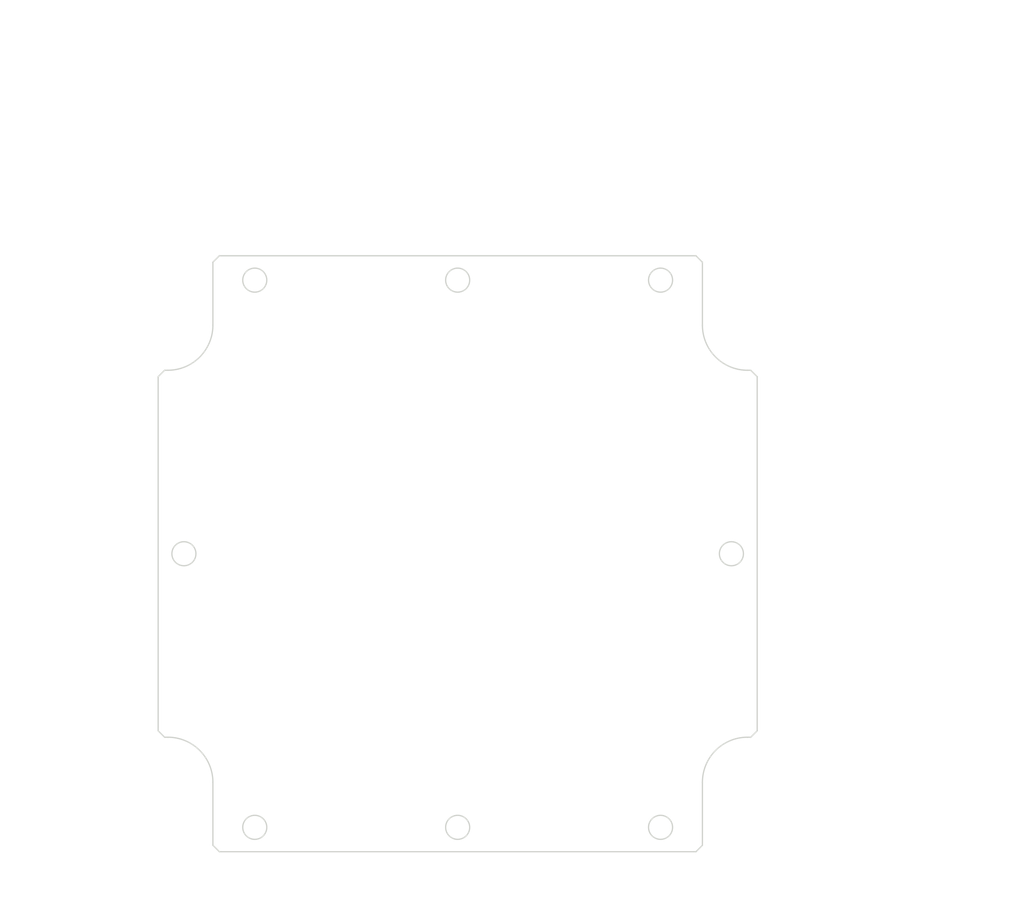
<source format=kicad_pcb>
(kicad_pcb (version 20171130) (host pcbnew "(5.1.0)-1")

  (general
    (thickness 1.6)
    (drawings 98)
    (tracks 0)
    (zones 0)
    (modules 0)
    (nets 1)
  )

  (page A4)
  (layers
    (0 F.Cu signal)
    (31 B.Cu signal)
    (32 B.Adhes user)
    (33 F.Adhes user)
    (34 B.Paste user)
    (35 F.Paste user)
    (36 B.SilkS user)
    (37 F.SilkS user)
    (38 B.Mask user)
    (39 F.Mask user)
    (40 Dwgs.User user)
    (41 Cmts.User user)
    (42 Eco1.User user)
    (43 Eco2.User user)
    (44 Edge.Cuts user)
    (45 Margin user)
    (46 B.CrtYd user)
    (47 F.CrtYd user)
    (48 B.Fab user)
    (49 F.Fab user)
  )

  (setup
    (last_trace_width 0.25)
    (trace_clearance 0.2)
    (zone_clearance 0.508)
    (zone_45_only no)
    (trace_min 0.2)
    (via_size 0.8)
    (via_drill 0.4)
    (via_min_size 0.4)
    (via_min_drill 0.3)
    (uvia_size 0.3)
    (uvia_drill 0.1)
    (uvias_allowed no)
    (uvia_min_size 0.2)
    (uvia_min_drill 0.1)
    (edge_width 0.05)
    (segment_width 0.2)
    (pcb_text_width 0.3)
    (pcb_text_size 1.5 1.5)
    (mod_edge_width 0.12)
    (mod_text_size 1 1)
    (mod_text_width 0.15)
    (pad_size 1.524 1.524)
    (pad_drill 0.762)
    (pad_to_mask_clearance 0.051)
    (solder_mask_min_width 0.25)
    (aux_axis_origin 0 0)
    (visible_elements FFFFFF7F)
    (pcbplotparams
      (layerselection 0x010fc_ffffffff)
      (usegerberextensions false)
      (usegerberattributes false)
      (usegerberadvancedattributes false)
      (creategerberjobfile false)
      (excludeedgelayer true)
      (linewidth 0.152400)
      (plotframeref false)
      (viasonmask false)
      (mode 1)
      (useauxorigin false)
      (hpglpennumber 1)
      (hpglpenspeed 20)
      (hpglpendiameter 15.000000)
      (psnegative false)
      (psa4output false)
      (plotreference true)
      (plotvalue true)
      (plotinvisibletext false)
      (padsonsilk false)
      (subtractmaskfromsilk false)
      (outputformat 1)
      (mirror false)
      (drillshape 1)
      (scaleselection 1)
      (outputdirectory ""))
  )

  (net 0 "")

  (net_class Default "This is the default net class."
    (clearance 0.2)
    (trace_width 0.25)
    (via_dia 0.8)
    (via_drill 0.4)
    (uvia_dia 0.3)
    (uvia_drill 0.1)
  )

  (gr_arc (start 84.921541 73.255564) (end 84.921541 80.255564) (angle -90) (layer Edge.Cuts) (width 0.2))
  (gr_line (start 91.921541 63.470755) (end 91.921541 73.255564) (layer Edge.Cuts) (width 0.2))
  (gr_line (start 166.921541 62.470755) (end 92.921541 62.470755) (layer Edge.Cuts) (width 0.2))
  (gr_line (start 167.921541 73.255564) (end 167.921541 63.470755) (layer Edge.Cuts) (width 0.2))
  (gr_arc (start 174.921541 73.255564) (end 167.921541 73.255564) (angle -90) (layer Edge.Cuts) (width 0.2))
  (gr_line (start 175.421541 80.255564) (end 174.921541 80.255564) (layer Edge.Cuts) (width 0.2))
  (gr_line (start 176.421541 136.255564) (end 176.421541 81.255564) (layer Edge.Cuts) (width 0.2))
  (gr_line (start 174.921541 137.255564) (end 175.421541 137.255564) (layer Edge.Cuts) (width 0.2))
  (gr_arc (start 174.921541 144.255564) (end 174.921541 137.255564) (angle -90) (layer Edge.Cuts) (width 0.2))
  (gr_line (start 167.921541 154.040373) (end 167.921541 144.255564) (layer Edge.Cuts) (width 0.2))
  (gr_line (start 92.921541 155.040373) (end 166.921541 155.040373) (layer Edge.Cuts) (width 0.2))
  (gr_line (start 91.921541 144.255564) (end 91.921541 154.040373) (layer Edge.Cuts) (width 0.2))
  (gr_arc (start 84.921541 144.255564) (end 91.921541 144.255564) (angle -90) (layer Edge.Cuts) (width 0.2))
  (gr_line (start 84.421541 137.255564) (end 84.921541 137.255564) (layer Edge.Cuts) (width 0.2))
  (gr_line (start 83.421541 81.255564) (end 83.421541 136.255564) (layer Edge.Cuts) (width 0.2))
  (gr_circle (center 98.421541 151.255564) (end 100.288441 151.255564) (layer Edge.Cuts) (width 0.2))
  (gr_circle (center 87.421541 108.755564) (end 89.288441 108.755564) (layer Edge.Cuts) (width 0.2))
  (gr_circle (center 98.421541 66.255564) (end 100.288441 66.255564) (layer Edge.Cuts) (width 0.2))
  (gr_circle (center 129.921541 66.255564) (end 131.788441 66.255564) (layer Edge.Cuts) (width 0.2))
  (gr_circle (center 161.421541 66.255564) (end 163.288441 66.255564) (layer Edge.Cuts) (width 0.2))
  (gr_circle (center 172.421541 108.755564) (end 174.288441 108.755564) (layer Edge.Cuts) (width 0.2))
  (gr_circle (center 161.421541 151.255564) (end 163.288441 151.255564) (layer Edge.Cuts) (width 0.2))
  (gr_circle (center 129.921541 151.255564) (end 131.788441 151.255564) (layer Edge.Cuts) (width 0.2))
  (gr_line (start 84.921541 80.255564) (end 84.421541 80.255564) (layer Edge.Cuts) (width 0.2))
  (gr_line (start 91.921541 63.470755) (end 92.921541 62.470755) (layer Edge.Cuts) (width 0.2))
  (gr_line (start 166.921541 62.470755) (end 167.921541 63.470755) (layer Edge.Cuts) (width 0.2))
  (gr_line (start 175.421541 80.255564) (end 176.421541 81.255564) (layer Edge.Cuts) (width 0.2))
  (gr_line (start 176.421541 136.255564) (end 175.421541 137.255564) (layer Edge.Cuts) (width 0.2))
  (gr_line (start 167.921541 154.040373) (end 166.921541 155.040373) (layer Edge.Cuts) (width 0.2))
  (gr_line (start 92.921541 155.040373) (end 91.921541 154.040373) (layer Edge.Cuts) (width 0.2))
  (gr_line (start 84.421541 137.255564) (end 83.421541 136.255564) (layer Edge.Cuts) (width 0.2))
  (gr_line (start 83.421541 81.255564) (end 84.421541 80.255564) (layer Edge.Cuts) (width 0.2))
  (gr_text [3.66] (at 129.921541 27.904477) (layer Dwgs.User)
    (effects (font (size 1.7 1.53) (thickness 0.2125)))
  )
  (gr_text " 93.00" (at 129.921541 24.346461) (layer Dwgs.User)
    (effects (font (size 1.7 1.53) (thickness 0.2125)))
  )
  (gr_line (start 174.421541 26.015015) (end 133.966152 26.015015) (layer Dwgs.User) (width 0.2))
  (gr_line (start 85.421541 26.015015) (end 125.87693 26.015015) (layer Dwgs.User) (width 0.2))
  (gr_line (start 176.421541 80.255564) (end 176.421541 22.840015) (layer Dwgs.User) (width 0.2))
  (gr_line (start 83.421541 80.255564) (end 83.421541 22.840015) (layer Dwgs.User) (width 0.2))
  (gr_text [2.99] (at 142.399165 38.760763) (layer Dwgs.User)
    (effects (font (size 1.7 1.53) (thickness 0.2125)))
  )
  (gr_text " 76.00" (at 142.399165 35.203327) (layer Dwgs.User)
    (effects (font (size 1.7 1.53) (thickness 0.2125)))
  )
  (gr_line (start 165.921541 36.871301) (end 146.443777 36.871301) (layer Dwgs.User) (width 0.2))
  (gr_line (start 93.921541 36.871301) (end 138.354554 36.871301) (layer Dwgs.User) (width 0.2))
  (gr_line (start 167.921541 62.470755) (end 167.921541 33.696301) (layer Dwgs.User) (width 0.2))
  (gr_line (start 91.921541 62.470755) (end 91.921541 33.696301) (layer Dwgs.User) (width 0.2))
  (gr_text [2.48] (at 126.990244 49.025105) (layer Dwgs.User)
    (effects (font (size 1.7 1.53) (thickness 0.2125)))
  )
  (gr_text " 63.00" (at 126.990244 45.46709) (layer Dwgs.User)
    (effects (font (size 1.7 1.53) (thickness 0.2125)))
  )
  (gr_line (start 100.421541 47.135644) (end 122.945633 47.135644) (layer Dwgs.User) (width 0.2))
  (gr_line (start 159.421541 47.135644) (end 131.034856 47.135644) (layer Dwgs.User) (width 0.2))
  (gr_line (start 98.421541 65.255564) (end 98.421541 43.960644) (layer Dwgs.User) (width 0.2))
  (gr_line (start 161.421541 65.255564) (end 161.421541 43.960644) (layer Dwgs.User) (width 0.2))
  (gr_text [3.64] (at 213.840527 98.645437) (layer Dwgs.User)
    (effects (font (size 1.7 1.53) (thickness 0.2125)))
  )
  (gr_text " 92.57" (at 213.840527 95.088002) (layer Dwgs.User)
    (effects (font (size 1.7 1.53) (thickness 0.2125)))
  )
  (gr_line (start 213.840527 153.040373) (end 213.840527 100.313411) (layer Dwgs.User) (width 0.2))
  (gr_line (start 213.840527 64.470755) (end 213.840527 93.19854) (layer Dwgs.User) (width 0.2))
  (gr_line (start 167.921541 155.040373) (end 217.015527 155.040373) (layer Dwgs.User) (width 0.2))
  (gr_line (start 167.921541 62.470755) (end 217.015527 62.470755) (layer Dwgs.User) (width 0.2))
  (gr_text [3.35] (at 202.634039 116.155576) (layer Dwgs.User)
    (effects (font (size 1.7 1.53) (thickness 0.2125)))
  )
  (gr_text " 85.00" (at 202.634039 112.59814) (layer Dwgs.User)
    (effects (font (size 1.7 1.53) (thickness 0.2125)))
  )
  (gr_line (start 202.634039 149.255564) (end 202.634039 117.82355) (layer Dwgs.User) (width 0.2))
  (gr_line (start 202.634039 68.255564) (end 202.634039 110.708679) (layer Dwgs.User) (width 0.2))
  (gr_line (start 162.421541 151.255564) (end 205.809039 151.255564) (layer Dwgs.User) (width 0.2))
  (gr_line (start 162.421541 66.255564) (end 205.809039 66.255564) (layer Dwgs.User) (width 0.2))
  (gr_text [2.24] (at 193.178565 132.743196) (layer Dwgs.User)
    (effects (font (size 1.7 1.53) (thickness 0.2125)))
  )
  (gr_text " 57.00" (at 193.178565 129.185761) (layer Dwgs.User)
    (effects (font (size 1.7 1.53) (thickness 0.2125)))
  )
  (gr_line (start 193.178565 135.255564) (end 193.178565 134.41117) (layer Dwgs.User) (width 0.2))
  (gr_line (start 193.178565 82.255564) (end 193.178565 127.296299) (layer Dwgs.User) (width 0.2))
  (gr_line (start 176.421541 137.255564) (end 196.353565 137.255564) (layer Dwgs.User) (width 0.2))
  (gr_line (start 176.421541 80.255564) (end 196.353565 80.255564) (layer Dwgs.User) (width 0.2))
  (gr_text "1.00 X 45.0° Chamfer" (at 58.867927 160.096358) (layer Dwgs.User)
    (effects (font (size 2 1.8) (thickness 0.25)) (justify left bottom))
  )
  (gr_line (start 88.742821 159.062059) (end 86.242821 159.062059) (layer Dwgs.User) (width 0.2))
  (gr_line (start 90.843806 156.47964) (end 88.742821 159.062059) (layer Dwgs.User) (width 0.2))
  (gr_line (start 90.455953 156.164093) (end 91.23166 156.795187) (layer Dwgs.User) (width 0.2))
  (gr_line (start 92.421541 154.540373) (end 90.455953 156.164093) (layer Dwgs.User) (width 0.2))
  (gr_line (start 91.23166 156.795187) (end 92.421541 154.540373) (layer Dwgs.User) (width 0.2))
  (gr_line (start 90.455953 156.164092) (end 91.231662 156.795186) (layer Dwgs.User) (width 0.2))
  (gr_line (start 92.421542 154.540375) (end 90.455953 156.164092) (layer Dwgs.User) (width 0.2))
  (gr_line (start 91.231662 156.795186) (end 92.421542 154.540375) (layer Dwgs.User) (width 0.2))
  (gr_line (start 90.843806 156.47964) (end 92.421541 154.540373) (layer Dwgs.User) (width 0.2))
  (gr_line (start 129.921541 151.345564) (end 129.921541 151.165564) (layer Dwgs.User) (width 0.2))
  (gr_line (start 129.831541 151.255564) (end 130.011541 151.255564) (layer Dwgs.User) (width 0.2))
  (gr_text " ∅3.73\n[∅0.15]" (at 113.755437 162.769133) (layer Dwgs.User)
    (effects (font (size 1.7 1.53) (thickness 0.2125)))
  )
  (gr_line (start 120.794082 162.769133) (end 127.519315 154.285783) (layer Dwgs.User) (width 0.2))
  (gr_line (start 118.292306 162.769133) (end 120.794082 162.769133) (layer Dwgs.User) (width 0.2))
  (gr_text [R0.28] (at 106.582855 137.599516) (layer Dwgs.User)
    (effects (font (size 1.7 1.53) (thickness 0.2125)))
  )
  (gr_text " R7.00" (at 106.582855 134.042081) (layer Dwgs.User)
    (effects (font (size 1.7 1.53) (thickness 0.2125)))
  )
  (gr_line (start 99.613343 135.710055) (end 92.701239 139.730491) (layer Dwgs.User) (width 0.2))
  (gr_line (start 102.112084 135.710055) (end 99.613343 135.710055) (layer Dwgs.User) (width 0.2))
  (gr_text [.15] (at 152.682899 56.247476) (layer Dwgs.User)
    (effects (font (size 1.7 1.53) (thickness 0.2125)))
  )
  (gr_text " 3.78" (at 152.682899 52.689461) (layer Dwgs.User)
    (effects (font (size 1.7 1.53) (thickness 0.2125)))
  )
  (gr_line (start 147.294052 54.358015) (end 149.294052 54.358015) (layer Dwgs.User) (width 0.2))
  (gr_line (start 147.294052 60.470755) (end 147.294052 54.358015) (layer Dwgs.User) (width 0.2))
  (gr_line (start 147.294052 68.255564) (end 147.294052 70.255564) (layer Dwgs.User) (width 0.2))
  (gr_line (start 160.421541 66.255564) (end 144.119052 66.255564) (layer Dwgs.User) (width 0.2))
  (gr_text [.16] (at 185.321172 113.490102) (layer Dwgs.User)
    (effects (font (size 1.7 1.53) (thickness 0.2125)))
  )
  (gr_text " 4.00" (at 185.321172 109.932666) (layer Dwgs.User)
    (effects (font (size 1.7 1.53) (thickness 0.2125)))
  )
  (gr_line (start 178.421541 111.60064) (end 181.936963 111.60064) (layer Dwgs.User) (width 0.2))
  (gr_line (start 170.421541 111.60064) (end 168.421541 111.60064) (layer Dwgs.User) (width 0.2))
  (gr_line (start 172.421541 109.755564) (end 172.421541 114.77564) (layer Dwgs.User) (width 0.2))

)

</source>
